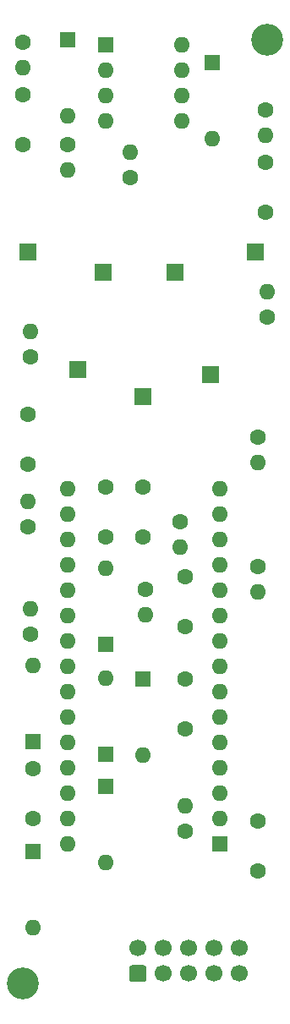
<source format=gbr>
%TF.GenerationSoftware,KiCad,Pcbnew,(5.1.9)-1*%
%TF.CreationDate,2021-06-26T11:37:54+09:00*%
%TF.ProjectId,CHORD_VCO,43484f52-445f-4564-934f-2e6b69636164,rev?*%
%TF.SameCoordinates,Original*%
%TF.FileFunction,Soldermask,Top*%
%TF.FilePolarity,Negative*%
%FSLAX46Y46*%
G04 Gerber Fmt 4.6, Leading zero omitted, Abs format (unit mm)*
G04 Created by KiCad (PCBNEW (5.1.9)-1) date 2021-06-26 11:37:54*
%MOMM*%
%LPD*%
G01*
G04 APERTURE LIST*
%ADD10O,1.600000X1.600000*%
%ADD11C,1.600000*%
%ADD12R,1.700000X1.700000*%
%ADD13C,3.200000*%
%ADD14R,1.600000X1.600000*%
%ADD15C,1.700000*%
G04 APERTURE END LIST*
D10*
%TO.C,R11*%
X118500000Y-103540000D03*
D11*
X118500000Y-101000000D03*
%TD*%
D10*
%TO.C,R9*%
X115000000Y-110290000D03*
D11*
X115000000Y-107750000D03*
%TD*%
D10*
%TO.C,R4*%
X119000000Y-129460000D03*
D11*
X119000000Y-132000000D03*
%TD*%
D10*
%TO.C,R10*%
X126250000Y-108040000D03*
D11*
X126250000Y-105500000D03*
%TD*%
D10*
%TO.C,R8*%
X126250000Y-95040000D03*
D11*
X126250000Y-92500000D03*
%TD*%
D10*
%TO.C,R2*%
X103500000Y-109710000D03*
D11*
X103500000Y-112250000D03*
%TD*%
D10*
%TO.C,R1*%
X103250000Y-98960000D03*
D11*
X103250000Y-101500000D03*
%TD*%
D10*
%TO.C,R12*%
X127250000Y-77960000D03*
D11*
X127250000Y-80500000D03*
%TD*%
D10*
%TO.C,R3*%
X103500000Y-81960000D03*
D11*
X103500000Y-84500000D03*
%TD*%
D10*
%TO.C,R13*%
X127000000Y-62290000D03*
D11*
X127000000Y-59750000D03*
%TD*%
D10*
%TO.C,R6*%
X113500000Y-63960000D03*
D11*
X113500000Y-66500000D03*
%TD*%
D10*
%TO.C,R7*%
X107250000Y-65790000D03*
D11*
X107250000Y-63250000D03*
%TD*%
D10*
%TO.C,R5*%
X102750000Y-55540000D03*
D11*
X102750000Y-53000000D03*
%TD*%
D12*
%TO.C,ROOT_FREG*%
X121500000Y-86250000D03*
%TD*%
%TO.C,INVERSION*%
X114750000Y-88500000D03*
%TD*%
%TO.C,CHORD/WAVE*%
X108250000Y-85750000D03*
%TD*%
%TO.C,J3*%
X118000000Y-76000000D03*
%TD*%
%TO.C,J2*%
X110750000Y-76000000D03*
%TD*%
%TO.C,J1*%
X103250000Y-74000000D03*
%TD*%
%TO.C,J4*%
X126000000Y-74000000D03*
%TD*%
D13*
%TO.C,REF2*%
X127250000Y-52750000D03*
%TD*%
%TO.C,REF1*%
X102750000Y-147250000D03*
%TD*%
D10*
%TO.C,U1*%
X118620000Y-53250000D03*
X111000000Y-60870000D03*
X118620000Y-55790000D03*
X111000000Y-58330000D03*
X118620000Y-58330000D03*
X111000000Y-55790000D03*
X118620000Y-60870000D03*
D14*
X111000000Y-53250000D03*
%TD*%
D15*
%TO.C,J5*%
X124410000Y-143710000D03*
X121870000Y-143710000D03*
X119330000Y-143710000D03*
X116790000Y-143710000D03*
X114250000Y-143710000D03*
X124410000Y-146250000D03*
X121870000Y-146250000D03*
X119330000Y-146250000D03*
X116790000Y-146250000D03*
G36*
G01*
X114850000Y-147100000D02*
X113650000Y-147100000D01*
G75*
G02*
X113400000Y-146850000I0J250000D01*
G01*
X113400000Y-145650000D01*
G75*
G02*
X113650000Y-145400000I250000J0D01*
G01*
X114850000Y-145400000D01*
G75*
G02*
X115100000Y-145650000I0J-250000D01*
G01*
X115100000Y-146850000D01*
G75*
G02*
X114850000Y-147100000I-250000J0D01*
G01*
G37*
%TD*%
D10*
%TO.C,D8*%
X107250000Y-60370000D03*
D14*
X107250000Y-52750000D03*
%TD*%
D10*
%TO.C,D7*%
X121750000Y-62620000D03*
D14*
X121750000Y-55000000D03*
%TD*%
D10*
%TO.C,D6*%
X111000000Y-105630000D03*
D14*
X111000000Y-113250000D03*
%TD*%
D10*
%TO.C,D5*%
X103750000Y-115380000D03*
D14*
X103750000Y-123000000D03*
%TD*%
D10*
%TO.C,D4*%
X114750000Y-124370000D03*
D14*
X114750000Y-116750000D03*
%TD*%
D10*
%TO.C,D3*%
X111000000Y-116630000D03*
D14*
X111000000Y-124250000D03*
%TD*%
D10*
%TO.C,D2*%
X111000000Y-135120000D03*
D14*
X111000000Y-127500000D03*
%TD*%
D10*
%TO.C,D1*%
X103750000Y-141620000D03*
D14*
X103750000Y-134000000D03*
%TD*%
D11*
%TO.C,C9*%
X127000000Y-65000000D03*
X127000000Y-70000000D03*
%TD*%
%TO.C,C8*%
X102750000Y-63250000D03*
X102750000Y-58250000D03*
%TD*%
%TO.C,C7*%
X126250000Y-136000000D03*
X126250000Y-131000000D03*
%TD*%
%TO.C,C6*%
X119000000Y-106500000D03*
X119000000Y-111500000D03*
%TD*%
%TO.C,C5*%
X119000000Y-121750000D03*
X119000000Y-116750000D03*
%TD*%
%TO.C,C4*%
X103750000Y-125750000D03*
X103750000Y-130750000D03*
%TD*%
%TO.C,C3*%
X103250000Y-95250000D03*
X103250000Y-90250000D03*
%TD*%
%TO.C,C2*%
X114750000Y-97500000D03*
X114750000Y-102500000D03*
%TD*%
%TO.C,C1*%
X111000000Y-102500000D03*
X111000000Y-97500000D03*
%TD*%
D10*
%TO.C,A1*%
X107260000Y-97690000D03*
X122500000Y-97690000D03*
X107260000Y-133250000D03*
X122500000Y-100230000D03*
X107260000Y-130710000D03*
X122500000Y-102770000D03*
X107260000Y-128170000D03*
X122500000Y-105310000D03*
X107260000Y-125630000D03*
X122500000Y-107850000D03*
X107260000Y-123090000D03*
X122500000Y-110390000D03*
X107260000Y-120550000D03*
X122500000Y-112930000D03*
X107260000Y-118010000D03*
X122500000Y-115470000D03*
X107260000Y-115470000D03*
X122500000Y-118010000D03*
X107260000Y-112930000D03*
X122500000Y-120550000D03*
X107260000Y-110390000D03*
X122500000Y-123090000D03*
X107260000Y-107850000D03*
X122500000Y-125630000D03*
X107260000Y-105310000D03*
X122500000Y-128170000D03*
X107260000Y-102770000D03*
X122500000Y-130710000D03*
X107260000Y-100230000D03*
D14*
X122500000Y-133250000D03*
%TD*%
M02*

</source>
